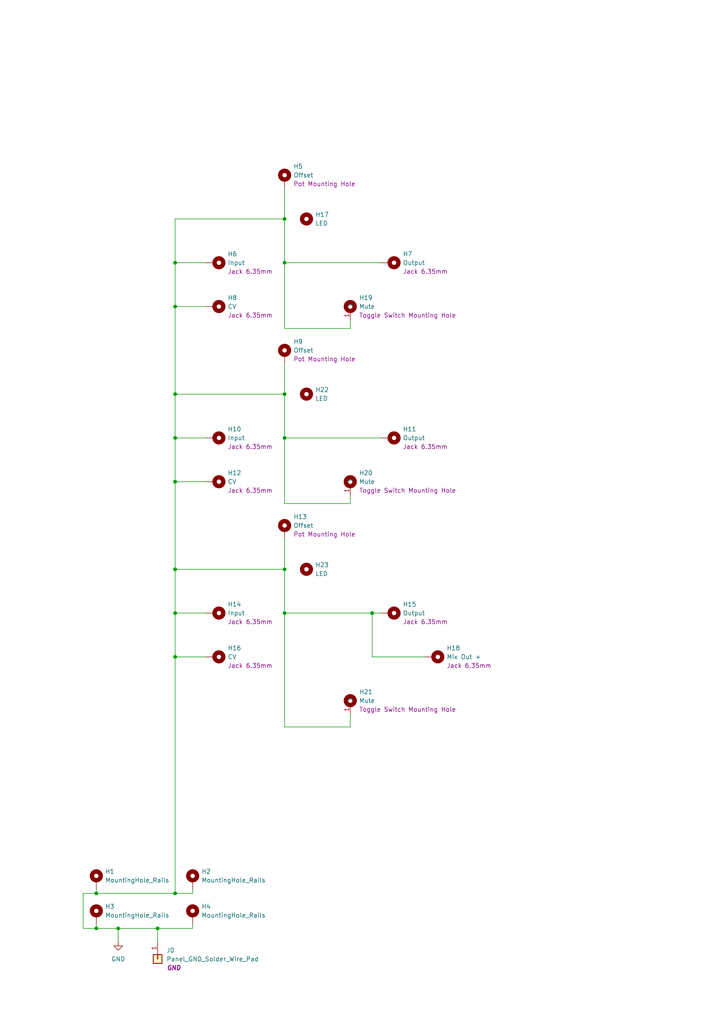
<source format=kicad_sch>
(kicad_sch (version 20231120) (generator "eeschema") (generator_version "8.0")
  (paper "A4" portrait)
  (title_block (title "Kosmo Format Front Panel - 5 cm") (company "DMH Instruments"))
  (lib_symbols
    (symbol "Mechanical:MountingHole" (pin_names (offset 1.016)) (exclude_from_sim yes) (in_bom no)
      (property "Reference" "H" (at 0 5.08 0))
      (property "Value" "MountingHole" (at 0 3.175 0))
      (symbol "MountingHole_0_1"
        (circle (center 0 0) (radius 1.27) (stroke (width 1.27)))
      )
    )
    (symbol "SynthStuff:MountingHole_Jack6.35mm_v2" (pin_numbers hide) (pin_names (offset 1.016) hide) (exclude_from_sim yes) (in_bom no)
      (property "Reference" "H" (at 0 5.08 0))
      (property "Value" "SIGNAL NAME" (at 0 3.175 0))
      (property "Description" "Jack 6.35mm" (at 0 -3.048 0))
      (symbol "MountingHole_Jack6.35mm_v2_0_1"
        (circle (center 0 0) (radius 1.27) (stroke (width 1.27)))
      )
      (symbol "MountingHole_Jack6.35mm_v2_1_1"
        (pin input line (at -3.81 0 0) (length 2.54) (name "1") (number "1"))
      )
    )
    (symbol "SynthStuff:MountingHole_Pot" (pin_numbers hide) (pin_names (offset 1.016) hide) (exclude_from_sim yes) (in_bom no)
      (property "Reference" "H" (at 0 6.35 0))
      (property "Value" "Function" (at 0 4.445 0))
      (property "Description" "Pot Mounting Hole" (at 0 0 0))
      (symbol "MountingHole_Pot_0_1"
        (circle (center 0 1.27) (radius 1.27) (stroke (width 1.27)))
      )
      (symbol "MountingHole_Pot_1_1"
        (pin input line (at 0 -2.54 90) (length 2.54) (name "1") (number "1"))
      )
    )
    (symbol "SynthStuff:MountingHole_Rails" (pin_numbers hide) (pin_names (offset 1.016) hide) (exclude_from_sim yes) (in_bom no)
      (property "Reference" "H" (at 0 6.35 0))
      (property "Value" "MountingHole_Rails" (at 0 4.445 0))
      (symbol "MountingHole_Rails_0_1"
        (circle (center 0 1.27) (radius 1.27) (stroke (width 1.27)))
      )
      (symbol "MountingHole_Rails_1_1"
        (pin input line (at 0 -2.54 90) (length 2.54) (name "1") (number "1"))
      )
    )
    (symbol "SynthStuff:MountingHole_ToggleSwitch" (pin_names (offset 1.016)) (exclude_from_sim yes) (in_bom no)
      (property "Reference" "H" (at 0 5.08 0))
      (property "Value" "Function" (at 0 3.175 0))
      (property "Description" "Toggle Switch Mounting Hole" (at 0 0 0))
      (symbol "MountingHole_ToggleSwitch_0_1"
        (circle (center 0 0) (radius 1.27) (stroke (width 1.27)))
      )
      (symbol "MountingHole_ToggleSwitch_1_1"
        (pin input line (at 0 -3.81 90) (length 2.54) (name "1") (number "1"))
      )
    )
    (symbol "SynthStuff:Panel_GND_Solder_Wire_Pad" (pin_names (offset 1.016) hide) (in_bom no)
      (property "Reference" "J" (at 0 2.54 0))
      (property "Value" "Panel_GND_Solder_Wire_Pad" (at 0 -5.08 0))
      (property "Function" "Panel GND" (at 0 -2.794 0))
      (symbol "Panel_GND_Solder_Wire_Pad_1_1"
        (rectangle (start -1.27 0.127) (end 0 -0.127) (stroke (width 0.1524)))
        (rectangle (start -1.27 1.27) (end 1.27 -1.27) (stroke (width 0.254)) (fill (type background)))
        (pin power_out line (at -5.08 0 0) (length 3.81) (name "Pin_1") (number "1"))
      )
    )
    (symbol "power:GND" (power) (pin_numbers hide) (pin_names (offset 0) hide)
      (property "Value" "GND" (at 0 -3.81 0))
      (symbol "GND_0_1"
        (polyline (pts (xy 0 0) (xy 0 -1.27) (xy 1.27 -1.27) (xy 0 -2.54) (xy -1.27 -1.27) (xy 0 -1.27)))
      )
      (symbol "GND_1_1"
        (pin power_in line (at 0 0 270) (length 0) (name "~") (number "1"))
      )
    )
  )
  (junction (at 50.8 114.3))
  (junction (at 34.29 269.24))
  (junction (at 50.8 127))
  (junction (at 82.55 63.5))
  (junction (at 45.72 269.24))
  (junction (at 50.8 88.9))
  (junction (at 82.55 165.1))
  (junction (at 50.8 139.7))
  (junction (at 82.55 76.2))
  (junction (at 50.8 177.8))
  (junction (at 82.55 114.3))
  (junction (at 50.8 190.5))
  (junction (at 27.94 269.24))
  (junction (at 50.8 259.08))
  (junction (at 50.8 76.2))
  (junction (at 82.55 177.8))
  (junction (at 27.94 259.08))
  (junction (at 107.95 177.8))
  (junction (at 82.55 127))
  (junction (at 50.8 165.1))
  (wire (pts (xy 59.69 76.2) (xy 50.8 76.2)))
  (wire (pts (xy 50.8 190.5) (xy 50.8 259.08)))
  (wire (pts (xy 50.8 139.7) (xy 50.8 165.1)))
  (wire (pts (xy 59.69 127) (xy 50.8 127)))
  (wire (pts (xy 55.88 267.97) (xy 55.88 269.24)))
  (wire (pts (xy 82.55 76.2) (xy 110.49 76.2)))
  (wire (pts (xy 82.55 165.1) (xy 82.55 177.8)))
  (wire (pts (xy 101.6 210.82) (xy 101.6 207.01)))
  (wire (pts (xy 82.55 177.8) (xy 107.95 177.8)))
  (wire (pts (xy 50.8 76.2) (xy 50.8 63.5)))
  (wire (pts (xy 27.94 259.08) (xy 50.8 259.08)))
  (wire (pts (xy 101.6 143.51) (xy 101.6 146.05)))
  (wire (pts (xy 27.94 269.24) (xy 27.94 267.97)))
  (wire (pts (xy 50.8 190.5) (xy 50.8 177.8)))
  (wire (pts (xy 24.13 269.24) (xy 27.94 269.24)))
  (wire (pts (xy 50.8 88.9) (xy 50.8 76.2)))
  (wire (pts (xy 50.8 88.9) (xy 50.8 114.3)))
  (wire (pts (xy 59.69 139.7) (xy 50.8 139.7)))
  (wire (pts (xy 82.55 95.25) (xy 82.55 76.2)))
  (wire (pts (xy 45.72 269.24) (xy 45.72 273.05)))
  (wire (pts (xy 34.29 269.24) (xy 34.29 273.05)))
  (wire (pts (xy 50.8 63.5) (xy 82.55 63.5)))
  (wire (pts (xy 82.55 210.82) (xy 101.6 210.82)))
  (wire (pts (xy 82.55 114.3) (xy 82.55 127)))
  (wire (pts (xy 24.13 259.08) (xy 24.13 269.24)))
  (wire (pts (xy 107.95 177.8) (xy 110.49 177.8)))
  (wire (pts (xy 50.8 139.7) (xy 50.8 127)))
  (wire (pts (xy 55.88 257.81) (xy 55.88 259.08)))
  (wire (pts (xy 82.55 146.05) (xy 82.55 127)))
  (wire (pts (xy 45.72 269.24) (xy 34.29 269.24)))
  (wire (pts (xy 27.94 259.08) (xy 24.13 259.08)))
  (wire (pts (xy 101.6 146.05) (xy 82.55 146.05)))
  (wire (pts (xy 50.8 127) (xy 50.8 114.3)))
  (wire (pts (xy 59.69 177.8) (xy 50.8 177.8)))
  (wire (pts (xy 27.94 259.08) (xy 27.94 257.81)))
  (wire (pts (xy 82.55 63.5) (xy 82.55 76.2)))
  (wire (pts (xy 82.55 127) (xy 110.49 127)))
  (wire (pts (xy 123.19 190.5) (xy 107.95 190.5)))
  (wire (pts (xy 82.55 54.61) (xy 82.55 63.5)))
  (wire (pts (xy 101.6 92.71) (xy 101.6 95.25)))
  (wire (pts (xy 101.6 95.25) (xy 82.55 95.25)))
  (wire (pts (xy 59.69 88.9) (xy 50.8 88.9)))
  (wire (pts (xy 50.8 177.8) (xy 50.8 165.1)))
  (wire (pts (xy 50.8 165.1) (xy 82.55 165.1)))
  (wire (pts (xy 50.8 114.3) (xy 82.55 114.3)))
  (wire (pts (xy 55.88 269.24) (xy 45.72 269.24)))
  (wire (pts (xy 50.8 259.08) (xy 55.88 259.08)))
  (wire (pts (xy 34.29 269.24) (xy 27.94 269.24)))
  (wire (pts (xy 82.55 105.41) (xy 82.55 114.3)))
  (wire (pts (xy 82.55 156.21) (xy 82.55 165.1)))
  (wire (pts (xy 107.95 190.5) (xy 107.95 177.8)))
  (wire (pts (xy 59.69 190.5) (xy 50.8 190.5)))
  (wire (pts (xy 82.55 177.8) (xy 82.55 210.82)))
  (symbol (lib_id "SynthStuff:MountingHole_Jack6.35mm_v2") (at 114.3 177.8 0) (unit 1) (exclude_from_sim yes) (in_bom no)
    (property "Reference" "H15" (at 116.84 175.2599 0) (effects (justify left)))
    (property "Value" "Output" (at 116.84 177.7999 0) (effects (justify left)))
    (property "Footprint" "SynthStuff:Jack_6.35mm_Cutout_Output_v6" (effects (hide yes)))
    (property "Description" "Jack 6.35mm" (at 116.84 180.3399 0) (effects (justify left)))
  )
  (symbol (lib_id "SynthStuff:MountingHole_Rails") (at 55.88 255.27 0) (unit 1) (exclude_from_sim yes) (in_bom no)
    (property "Reference" "H2" (at 58.42 252.7299 0) (effects (justify left)))
    (property "Value" "MountingHole_Rails" (at 58.42 255.2699 0) (effects (justify left)))
    (property "Footprint" "SynthStuff:MountingHole_Rails" (effects (hide yes)))
    (property "Description" "Mounting Hole with connection" (effects (hide yes)))
  )
  (symbol (lib_id "SynthStuff:MountingHole_Jack6.35mm_v2") (at 63.5 88.9 0) (unit 1) (exclude_from_sim yes) (in_bom no)
    (property "Reference" "H8" (at 66.04 86.3599 0) (effects (justify left)))
    (property "Value" "CV" (at 66.04 88.8999 0) (effects (justify left)))
    (property "Footprint" "SynthStuff:Jack_6.35mm_Cutout_v3" (effects (hide yes)))
    (property "Description" "Jack 6.35mm" (at 66.04 91.4399 0) (effects (justify left)))
  )
  (symbol (lib_id "Mechanical:MountingHole") (at 88.9 114.3 0) (unit 1) (exclude_from_sim yes) (in_bom no)
    (property "Reference" "H22" (at 91.44 113.0299 0) (effects (justify left)))
    (property "Value" "LED" (at 91.44 115.5699 0) (effects (justify left)))
    (property "Footprint" "SynthStuff:MountingHole_LED_3mm" (effects (hide yes)))
    (property "Description" "Mounting Hole without connection" (effects (hide yes)))
  )
  (symbol (lib_id "SynthStuff:MountingHole_Jack6.35mm_v2") (at 63.5 139.7 0) (unit 1) (exclude_from_sim yes) (in_bom no)
    (property "Reference" "H12" (at 66.04 137.1599 0) (effects (justify left)))
    (property "Value" "CV" (at 66.04 139.6999 0) (effects (justify left)))
    (property "Footprint" "SynthStuff:Jack_6.35mm_Cutout_v3" (effects (hide yes)))
    (property "Description" "Jack 6.35mm" (at 66.04 142.2399 0) (effects (justify left)))
  )
  (symbol (lib_id "SynthStuff:MountingHole_ToggleSwitch") (at 101.6 139.7 0) (unit 1) (exclude_from_sim yes) (in_bom no)
    (property "Reference" "H20" (at 104.14 137.1599 0) (effects (justify left)))
    (property "Value" "Mute" (at 104.14 139.6999 0) (effects (justify left)))
    (property "Footprint" "SynthStuff:Toggle_Switch_Cutout" (effects (hide yes)))
    (property "Description" "Toggle Switch Mounting Hole" (at 104.14 142.2399 0) (effects (justify left)))
  )
  (symbol (lib_id "power:GND") (at 34.29 273.05 0) (unit 1)
    (property "Reference" "#PWR01" (effects (hide yes)))
    (property "Value" "GND" (at 34.29 278.13 0))
    (property "Description" "Power symbol creates a global label with name \"GND\" , ground" (effects (hide yes)))
  )
  (symbol (lib_id "SynthStuff:MountingHole_ToggleSwitch") (at 101.6 203.2 0) (unit 1) (exclude_from_sim yes) (in_bom no)
    (property "Reference" "H21" (at 104.14 200.6599 0) (effects (justify left)))
    (property "Value" "Mute" (at 104.14 203.1999 0) (effects (justify left)))
    (property "Footprint" "SynthStuff:Toggle_Switch_Cutout" (effects (hide yes)))
    (property "Description" "Toggle Switch Mounting Hole" (at 104.14 205.7399 0) (effects (justify left)))
  )
  (symbol (lib_id "SynthStuff:MountingHole_Jack6.35mm_v2") (at 114.3 127 0) (unit 1) (exclude_from_sim yes) (in_bom no)
    (property "Reference" "H11" (at 116.84 124.4599 0) (effects (justify left)))
    (property "Value" "Output" (at 116.84 126.9999 0) (effects (justify left)))
    (property "Footprint" "SynthStuff:Jack_6.35mm_Cutout_Output_v6" (effects (hide yes)))
    (property "Description" "Jack 6.35mm" (at 116.84 129.5399 0) (effects (justify left)))
  )
  (symbol (lib_id "SynthStuff:MountingHole_Jack6.35mm_v2") (at 114.3 76.2 0) (unit 1) (exclude_from_sim yes) (in_bom no)
    (property "Reference" "H7" (at 116.84 73.6599 0) (effects (justify left)))
    (property "Value" "Output" (at 116.84 76.1999 0) (effects (justify left)))
    (property "Footprint" "SynthStuff:Jack_6.35mm_Cutout_Output_v6" (effects (hide yes)))
    (property "Description" "Jack 6.35mm" (at 116.84 78.7399 0) (effects (justify left)))
  )
  (symbol (lib_id "SynthStuff:MountingHole_Jack6.35mm_v2") (at 63.5 177.8 0) (unit 1) (exclude_from_sim yes) (in_bom no)
    (property "Reference" "H14" (at 66.04 175.2599 0) (effects (justify left)))
    (property "Value" "Input" (at 66.04 177.7999 0) (effects (justify left)))
    (property "Footprint" "SynthStuff:Jack_6.35mm_Cutout_v3" (effects (hide yes)))
    (property "Description" "Jack 6.35mm" (at 66.04 180.3399 0) (effects (justify left)))
  )
  (symbol (lib_id "Mechanical:MountingHole") (at 88.9 63.5 0) (unit 1) (exclude_from_sim yes) (in_bom no)
    (property "Reference" "H17" (at 91.44 62.2299 0) (effects (justify left)))
    (property "Value" "LED" (at 91.44 64.7699 0) (effects (justify left)))
    (property "Footprint" "SynthStuff:MountingHole_LED_3mm" (effects (hide yes)))
    (property "Description" "Mounting Hole without connection" (effects (hide yes)))
  )
  (symbol (lib_id "SynthStuff:MountingHole_Rails") (at 27.94 265.43 0) (unit 1) (exclude_from_sim yes) (in_bom no)
    (property "Reference" "H3" (at 30.48 262.8899 0) (effects (justify left)))
    (property "Value" "MountingHole_Rails" (at 30.48 265.4299 0) (effects (justify left)))
    (property "Footprint" "SynthStuff:MountingHole_Rails" (effects (hide yes)))
    (property "Description" "Mounting Hole with connection" (effects (hide yes)))
  )
  (symbol (lib_id "SynthStuff:MountingHole_Jack6.35mm_v2") (at 63.5 190.5 0) (unit 1) (exclude_from_sim yes) (in_bom no)
    (property "Reference" "H16" (at 66.04 187.9599 0) (effects (justify left)))
    (property "Value" "CV" (at 66.04 190.4999 0) (effects (justify left)))
    (property "Footprint" "SynthStuff:Jack_6.35mm_Cutout_v3" (effects (hide yes)))
    (property "Description" "Jack 6.35mm" (at 66.04 193.0399 0) (effects (justify left)))
  )
  (symbol (lib_id "SynthStuff:MountingHole_Pot") (at 82.55 153.67 0) (unit 1) (exclude_from_sim yes) (in_bom no)
    (property "Reference" "H13" (at 85.09 149.8599 0) (effects (justify left)))
    (property "Value" "Offset" (at 85.09 152.3999 0) (effects (justify left)))
    (property "Footprint" "SynthStuff:Pot_Cutout_Small" (effects (hide yes)))
    (property "Description" "Pot Mounting Hole" (at 85.09 154.9399 0) (effects (justify left)))
  )
  (symbol (lib_id "Mechanical:MountingHole") (at 88.9 165.1 0) (unit 1) (exclude_from_sim yes) (in_bom no)
    (property "Reference" "H23" (at 91.44 163.8299 0) (effects (justify left)))
    (property "Value" "LED" (at 91.44 166.3699 0) (effects (justify left)))
    (property "Footprint" "SynthStuff:MountingHole_LED_3mm" (effects (hide yes)))
    (property "Description" "Mounting Hole without connection" (effects (hide yes)))
  )
  (symbol (lib_id "SynthStuff:MountingHole_Jack6.35mm_v2") (at 63.5 76.2 0) (unit 1) (exclude_from_sim yes) (in_bom no)
    (property "Reference" "H6" (at 66.04 73.6599 0) (effects (justify left)))
    (property "Value" "Input" (at 66.04 76.1999 0) (effects (justify left)))
    (property "Footprint" "SynthStuff:Jack_6.35mm_Cutout_v3" (effects (hide yes)))
    (property "Description" "Jack 6.35mm" (at 66.04 78.7399 0) (effects (justify left)))
  )
  (symbol (lib_id "SynthStuff:MountingHole_Jack6.35mm_v2") (at 127 190.5 0) (unit 1) (exclude_from_sim yes) (in_bom no)
    (property "Reference" "H18" (at 129.54 187.9599 0) (effects (justify left)))
    (property "Value" "Mix Out +" (at 129.54 190.4999 0) (effects (justify left)))
    (property "Footprint" "SynthStuff:Jack_6.35mm_Cutout_Output_v6" (effects (hide yes)))
    (property "Description" "Jack 6.35mm" (at 129.54 193.0399 0) (effects (justify left)))
  )
  (symbol (lib_id "SynthStuff:MountingHole_Pot") (at 82.55 102.87 0) (unit 1) (exclude_from_sim yes) (in_bom no)
    (property "Reference" "H9" (at 85.09 99.0599 0) (effects (justify left)))
    (property "Value" "Offset" (at 85.09 101.5999 0) (effects (justify left)))
    (property "Footprint" "SynthStuff:Pot_Cutout_Small" (effects (hide yes)))
    (property "Description" "Pot Mounting Hole" (at 85.09 104.1399 0) (effects (justify left)))
  )
  (symbol (lib_id "SynthStuff:MountingHole_ToggleSwitch") (at 101.6 88.9 0) (unit 1) (exclude_from_sim yes) (in_bom no)
    (property "Reference" "H19" (at 104.14 86.3599 0) (effects (justify left)))
    (property "Value" "Mute" (at 104.14 88.8999 0) (effects (justify left)))
    (property "Footprint" "SynthStuff:Toggle_Switch_Cutout" (effects (hide yes)))
    (property "Description" "Toggle Switch Mounting Hole" (at 104.14 91.4399 0) (effects (justify left)))
  )
  (symbol (lib_id "SynthStuff:MountingHole_Rails") (at 55.88 265.43 0) (unit 1) (exclude_from_sim yes) (in_bom no)
    (property "Reference" "H4" (at 58.42 262.8899 0) (effects (justify left)))
    (property "Value" "MountingHole_Rails" (at 58.42 265.4299 0) (effects (justify left)))
    (property "Footprint" "SynthStuff:MountingHole_Rails" (effects (hide yes)))
    (property "Description" "Mounting Hole with connection" (effects (hide yes)))
  )
  (symbol (lib_id "SynthStuff:Panel_GND_Solder_Wire_Pad") (at 45.72 278.13 270) (unit 1) (in_bom no)
    (property "Reference" "J0" (at 48.26 275.5899 90) (effects (justify left)))
    (property "Value" "Panel_GND_Solder_Wire_Pad" (at 48.26 278.1299 90) (effects (justify left)))
    (property "Footprint" "SynthStuff:Panel_GND_SolderWirePad_5x10mm" (effects (hide yes)))
    (property "Description" "Solder pad to allow connection between PCB and Front Panel" (effects (hide yes)))
    (property "Function" "GND" (at 48.26 280.67 90) (effects (font (thickness 0.254) (bold yes) (italic yes)) (justify left)))
  )
  (symbol (lib_id "SynthStuff:MountingHole_Pot") (at 82.55 52.07 0) (unit 1) (exclude_from_sim yes) (in_bom no)
    (property "Reference" "H5" (at 85.09 48.2599 0) (effects (justify left)))
    (property "Value" "Offset" (at 85.09 50.7999 0) (effects (justify left)))
    (property "Footprint" "SynthStuff:Pot_Cutout_Small" (effects (hide yes)))
    (property "Description" "Pot Mounting Hole" (at 85.09 53.3399 0) (effects (justify left)))
  )
  (symbol (lib_id "SynthStuff:MountingHole_Rails") (at 27.94 255.27 0) (unit 1) (exclude_from_sim yes) (in_bom no)
    (property "Reference" "H1" (at 30.48 252.7299 0) (effects (justify left)))
    (property "Value" "MountingHole_Rails" (at 30.48 255.2699 0) (effects (justify left)))
    (property "Footprint" "SynthStuff:MountingHole_Rails" (effects (hide yes)))
    (property "Description" "Mounting Hole with connection" (effects (hide yes)))
  )
  (symbol (lib_id "SynthStuff:MountingHole_Jack6.35mm_v2") (at 63.5 127 0) (unit 1) (exclude_from_sim yes) (in_bom no)
    (property "Reference" "H10" (at 66.04 124.4599 0) (effects (justify left)))
    (property "Value" "Input" (at 66.04 126.9999 0) (effects (justify left)))
    (property "Footprint" "SynthStuff:Jack_6.35mm_Cutout_v3" (effects (hide yes)))
    (property "Description" "Jack 6.35mm" (at 66.04 129.5399 0) (effects (justify left)))
  )
)
</source>
